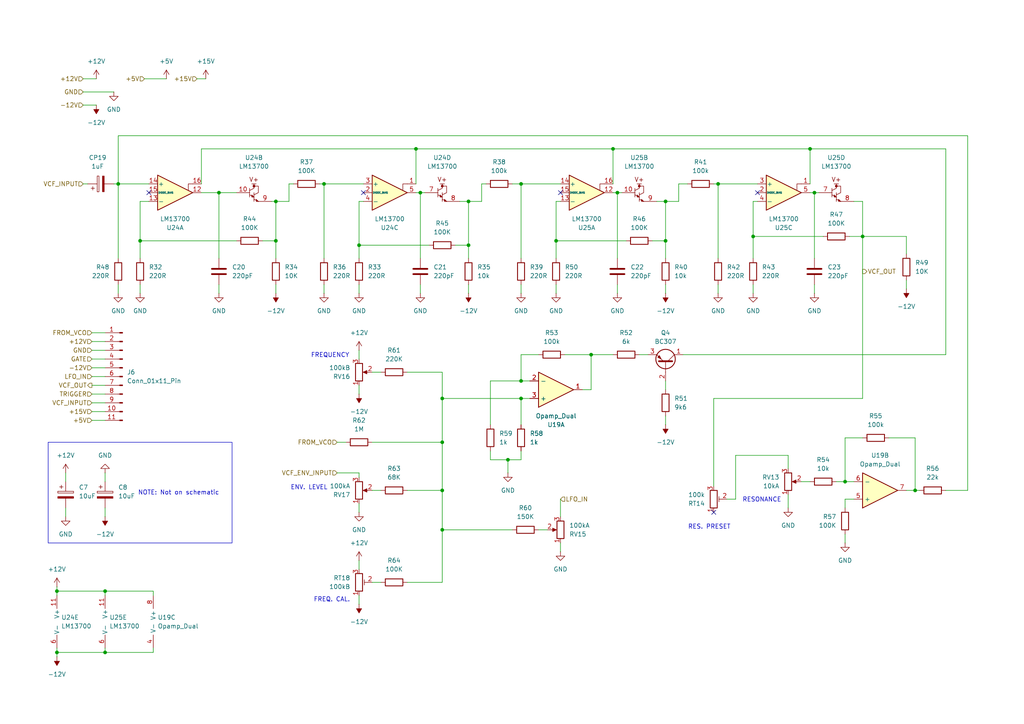
<source format=kicad_sch>
(kicad_sch (version 20250114) (generator "eeschema") (generator_version "9.0")
  (paper "A4")
  (title_block (title "JEN SX-1000") (comment 1 "SPDX-License-Identifier: CERN-OHL-S-2.0"))
  (lib_symbols
    (symbol "Amplifier_Operational:LM13700" (pin_names (offset 0.127))
      (property "Reference" "U" (at 3.81 5.08 0))
      (property "Value" "LM13700" (at 5.08 -5.08 0))
      (symbol "LM13700_1_1"
        (pin input line (at -7.62 2.54 0) (length 2.54) (name "-") (number "13"))
        (pin input line (at -7.62 0 0) (length 2.54) (name "DIODE_BIAS") (number "15"))
        (pin input line (at -7.62 -2.54 0) (length 2.54) (name "+") (number "14"))
        (pin output line (at 7.62 0 180) (length 2.54) (name "~") (number "12"))
        (pin input line (at 7.62 -2.54 180) (length 2.54) (name "~") (number "16"))
      )
      (symbol "LM13700_2_1"
        (text "V+" (at -2.54 3.81 0) (effects (font (size 1.27 1.27))))
        (pin input line (at -7.62 0 0) (length 3.81) (name "~") (number "10"))
        (pin output line (at 2.54 -2.54 180) (length 3.81) (name "~") (number "9"))
      )
      (symbol "LM13700_3_1"
        (pin input line (at -7.62 2.54 0) (length 2.54) (name "-") (number "4"))
        (pin input line (at -7.62 0 0) (length 2.54) (name "DIODE_BIAS") (number "2"))
        (pin input line (at -7.62 -2.54 0) (length 2.54) (name "+") (number "3"))
        (pin output line (at 7.62 0 180) (length 2.54) (name "~") (number "5"))
        (pin input line (at 7.62 -2.54 180) (length 2.54) (name "~") (number "1"))
      )
      (symbol "LM13700_4_0"
        (text "V+" (at -2.54 3.81 0) (effects (font (size 1.27 1.27))))
      )
      (symbol "LM13700_4_1"
        (pin input line (at -7.62 0 0) (length 3.81) (name "~") (number "7"))
        (pin output line (at 2.54 -2.54 180) (length 3.81) (name "~") (number "8"))
      )
      (symbol "LM13700_5_1"
        (pin power_in line (at -2.54 7.62 270) (length 3.81) (name "V+") (number "11"))
        (pin power_in line (at -2.54 -7.62 90) (length 3.81) (name "V-") (number "6"))
      )
    )
    (symbol "Connector:Conn_01x11_Pin" (pin_names (offset 1.016) (hide yes))
      (property "Reference" "J" (at 0 15.24 0))
      (property "Value" "Conn_01x11_Pin" (at 0 -15.24 0))
      (symbol "Conn_01x11_Pin_1_1"
        (pin passive line (at 5.08 12.7 180) (length 3.81) (name "Pin_1") (number "1"))
        (pin passive line (at 5.08 10.16 180) (length 3.81) (name "Pin_2") (number "2"))
        (pin passive line (at 5.08 7.62 180) (length 3.81) (name "Pin_3") (number "3"))
        (pin passive line (at 5.08 5.08 180) (length 3.81) (name "Pin_4") (number "4"))
        (pin passive line (at 5.08 2.54 180) (length 3.81) (name "Pin_5") (number "5"))
        (pin passive line (at 5.08 0 180) (length 3.81) (name "Pin_6") (number "6"))
        (pin passive line (at 5.08 -2.54 180) (length 3.81) (name "Pin_7") (number "7"))
        (pin passive line (at 5.08 -5.08 180) (length 3.81) (name "Pin_8") (number "8"))
        (pin passive line (at 5.08 -7.62 180) (length 3.81) (name "Pin_9") (number "9"))
        (pin passive line (at 5.08 -10.16 180) (length 3.81) (name "Pin_10") (number "10"))
        (pin passive line (at 5.08 -12.7 180) (length 3.81) (name "Pin_11") (number "11"))
      )
    )
    (symbol "Device:C" (pin_numbers (hide yes)) (pin_names (offset 0.254))
      (property "Reference" "C" (at 0.635 2.54 0))
      (property "Value" "C" (at 0.635 -2.54 0))
      (symbol "C_1_1"
        (pin passive line (at 0 3.81 270) (length 2.794) (name "~") (number "1"))
        (pin passive line (at 0 -3.81 90) (length 2.794) (name "~") (number "2"))
      )
    )
    (symbol "Device:C_Polarized" (pin_numbers (hide yes)) (pin_names (offset 0.254))
      (property "Reference" "C" (at 0.635 2.54 0))
      (property "Value" "C_Polarized" (at 0.635 -2.54 0))
      (symbol "C_Polarized_1_1"
        (pin passive line (at 0 3.81 270) (length 2.794) (name "~") (number "1"))
        (pin passive line (at 0 -3.81 90) (length 2.794) (name "~") (number "2"))
      )
    )
    (symbol "Device:Opamp_Dual"
      (property "Reference" "U" (at 0 5.08 0))
      (property "Value" "Opamp_Dual" (at 0 -5.08 0))
      (symbol "Opamp_Dual_1_1"
        (pin input line (at -7.62 2.54 0) (length 2.54) (name "+") (number "3"))
        (pin input line (at -7.62 -2.54 0) (length 2.54) (name "-") (number "2"))
        (pin output line (at 7.62 0 180) (length 2.54) (name "~") (number "1"))
      )
      (symbol "Opamp_Dual_2_1"
        (pin input line (at -7.62 2.54 0) (length 2.54) (name "+") (number "5"))
        (pin input line (at -7.62 -2.54 0) (length 2.54) (name "-") (number "6"))
        (pin output line (at 7.62 0 180) (length 2.54) (name "~") (number "7"))
      )
      (symbol "Opamp_Dual_3_1"
        (pin power_in line (at -2.54 7.62 270) (length 3.81) (name "V+") (number "8"))
        (pin power_in line (at -2.54 -7.62 90) (length 3.81) (name "V-") (number "4"))
      )
    )
    (symbol "Device:R" (pin_numbers (hide yes)) (pin_names (offset 0))
      (property "Reference" "R" (at 2.032 0 90))
      (property "Value" "R" (at 0 0 90))
      (symbol "R_1_1"
        (pin passive line (at 0 3.81 270) (length 1.27) (name "~") (number "1"))
        (pin passive line (at 0 -3.81 90) (length 1.27) (name "~") (number "2"))
      )
    )
    (symbol "Device:R_Potentiometer" (pin_names (offset 1.016) (hide yes))
      (property "Reference" "RV" (at -4.445 0 90))
      (property "Value" "R_Potentiometer" (at -2.54 0 90))
      (symbol "R_Potentiometer_1_1"
        (pin passive line (at 0 3.81 270) (length 1.27) (name "1") (number "1"))
        (pin passive line (at 0 -3.81 90) (length 1.27) (name "3") (number "3"))
        (pin passive line (at 3.81 0 180) (length 1.27) (name "2") (number "2"))
      )
    )
    (symbol "Device:R_Potentiometer_Trim" (pin_names (offset 1.016) (hide yes))
      (property "Reference" "RV" (at -4.445 0 90))
      (property "Value" "R_Potentiometer_Trim" (at -2.54 0 90))
      (symbol "R_Potentiometer_Trim_1_1"
        (pin passive line (at 0 3.81 270) (length 1.27) (name "1") (number "1"))
        (pin passive line (at 0 -3.81 90) (length 1.27) (name "3") (number "3"))
        (pin passive line (at 3.81 0 180) (length 1.27) (name "2") (number "2"))
      )
    )
    (symbol "Transistor_BJT:BC307" (pin_names (offset 0) (hide yes))
      (property "Reference" "Q" (at 5.08 1.905 0))
      (property "Value" "BC307" (at 5.08 0 0))
      (symbol "BC307_1_1"
        (pin input line (at -5.08 0 0) (length 2.54) (name "B") (number "2"))
        (pin passive line (at 2.54 5.08 270) (length 2.54) (name "C") (number "1"))
        (pin passive line (at 2.54 -5.08 90) (length 2.54) (name "E") (number "3"))
      )
    )
    (symbol "power:+12V" (power) (pin_numbers (hide yes)) (pin_names (offset 0) (hide yes))
      (property "Value" "+12V" (at 0 3.556 0))
      (symbol "+12V_1_1"
        (pin power_in line (at 0 0 90) (length 0) (name "~") (number "1"))
      )
    )
    (symbol "power:+15V" (power) (pin_numbers (hide yes)) (pin_names (offset 0) (hide yes))
      (property "Value" "+15V" (at 0 3.556 0))
      (symbol "+15V_1_1"
        (pin power_in line (at 0 0 90) (length 0) (name "~") (number "1"))
      )
    )
    (symbol "power:+5V" (power) (pin_numbers (hide yes)) (pin_names (offset 0) (hide yes))
      (property "Value" "+5V" (at 0 3.556 0))
      (symbol "+5V_1_1"
        (pin power_in line (at 0 0 90) (length 0) (name "~") (number "1"))
      )
    )
    (symbol "power:-12V" (power) (pin_numbers (hide yes)) (pin_names (offset 0) (hide yes))
      (property "Value" "-12V" (at 0 3.556 0))
      (symbol "-12V_0_0"
        (pin power_in line (at 0 0 90) (length 0) (name "~") (number "1"))
      )
    )
    (symbol "power:GND" (power) (pin_numbers (hide yes)) (pin_names (offset 0) (hide yes))
      (property "Value" "GND" (at 0 -3.81 0))
      (symbol "GND_1_1"
        (pin power_in line (at 0 0 270) (length 0) (name "~") (number "1"))
      )
    )
  )
  (rectangle (start 13.97 128.27) (end 67.31 157.48))
  (text "ENV. LEVEL" (at 89.662 141.478 0) (effects (font (size 1.27 1.27))))
  (text "FREQ. CAL." (at 96.266 173.99 0) (effects (font (size 1.27 1.27))))
  (text "RESONANCE" (at 220.98 145.034 0) (effects (font (size 1.27 1.27))))
  (text "RES. PRESET" (at 205.74 152.908 0) (effects (font (size 1.27 1.27))))
  (text "NOTE: Not on schematic" (at 51.816 143.002 0) (effects (font (size 1.27 1.27))))
  (text "FREQUENCY" (at 95.758 103.124 0) (effects (font (size 1.27 1.27))))
  (junction (at 30.48 171.45))
  (junction (at 171.45 102.87))
  (junction (at 135.89 58.42))
  (junction (at 16.51 189.23))
  (junction (at 147.32 133.35))
  (junction (at 128.27 153.67))
  (junction (at 250.19 68.58))
  (junction (at 80.01 58.42))
  (junction (at 121.92 55.88))
  (junction (at 234.95 43.18))
  (junction (at 151.13 110.49))
  (junction (at 179.07 55.88))
  (junction (at 40.64 69.85))
  (junction (at 120.65 43.18))
  (junction (at 128.27 142.24))
  (junction (at 34.29 53.34))
  (junction (at 151.13 115.57))
  (junction (at 135.89 71.12))
  (junction (at 161.29 69.85))
  (junction (at 218.44 68.58))
  (junction (at 128.27 128.27))
  (junction (at 104.14 71.12))
  (junction (at 63.5 55.88))
  (junction (at 151.13 53.34))
  (junction (at 236.22 55.88))
  (junction (at 177.8 43.18))
  (junction (at 93.98 53.34))
  (junction (at 193.04 69.85))
  (junction (at 193.04 58.42))
  (junction (at 208.28 53.34))
  (junction (at 30.48 189.23))
  (junction (at 128.27 115.57))
  (junction (at 80.01 69.85))
  (junction (at 265.43 142.24))
  (junction (at 16.51 171.45))
  (junction (at 245.11 139.7))
  (no_connect (at 219.71 55.88))
  (no_connect (at 105.41 55.88))
  (no_connect (at 43.18 55.88))
  (no_connect (at 162.56 55.88))
  (no_connect (at 207.01 148.59))
  (wire (pts (xy 245.11 154.94) (xy 245.11 157.48)))
  (wire (pts (xy 128.27 115.57) (xy 128.27 107.95)))
  (wire (pts (xy 128.27 153.67) (xy 148.59 153.67)))
  (wire (pts (xy 196.85 58.42) (xy 196.85 53.34)))
  (wire (pts (xy 24.13 26.67) (xy 33.02 26.67)))
  (wire (pts (xy 218.44 68.58) (xy 218.44 58.42)))
  (wire (pts (xy 63.5 55.88) (xy 68.58 55.88)))
  (wire (pts (xy 185.42 102.87) (xy 187.96 102.87)))
  (wire (pts (xy 26.67 119.38) (xy 30.48 119.38)))
  (wire (pts (xy 245.11 127) (xy 245.11 139.7)))
  (wire (pts (xy 151.13 130.81) (xy 151.13 133.35)))
  (wire (pts (xy 151.13 115.57) (xy 128.27 115.57)))
  (wire (pts (xy 63.5 55.88) (xy 63.5 74.93)))
  (wire (pts (xy 16.51 171.45) (xy 30.48 171.45)))
  (wire (pts (xy 171.45 102.87) (xy 177.8 102.87)))
  (wire (pts (xy 207.01 53.34) (xy 208.28 53.34)))
  (wire (pts (xy 232.41 139.7) (xy 234.95 139.7)))
  (wire (pts (xy 135.89 82.55) (xy 135.89 85.09)))
  (wire (pts (xy 151.13 82.55) (xy 151.13 85.09)))
  (wire (pts (xy 107.95 168.91) (xy 110.49 168.91)))
  (wire (pts (xy 128.27 153.67) (xy 128.27 168.91)))
  (wire (pts (xy 218.44 58.42) (xy 219.71 58.42)))
  (wire (pts (xy 80.01 58.42) (xy 80.01 69.85)))
  (wire (pts (xy 179.07 55.88) (xy 179.07 74.93)))
  (wire (pts (xy 26.67 116.84) (xy 30.48 116.84)))
  (wire (pts (xy 142.24 123.19) (xy 142.24 110.49)))
  (wire (pts (xy 104.14 138.43) (xy 104.14 137.16)))
  (wire (pts (xy 147.32 133.35) (xy 147.32 137.16)))
  (wire (pts (xy 177.8 53.34) (xy 177.8 43.18)))
  (wire (pts (xy 128.27 115.57) (xy 128.27 128.27)))
  (wire (pts (xy 19.05 137.16) (xy 19.05 139.7)))
  (wire (pts (xy 24.13 22.86) (xy 27.94 22.86)))
  (wire (pts (xy 104.14 137.16) (xy 97.79 137.16)))
  (wire (pts (xy 162.56 157.48) (xy 162.56 160.02)))
  (wire (pts (xy 128.27 128.27) (xy 107.95 128.27)))
  (wire (pts (xy 104.14 172.72) (xy 104.14 175.26)))
  (wire (pts (xy 26.67 109.22) (xy 30.48 109.22)))
  (wire (pts (xy 104.14 74.93) (xy 104.14 71.12)))
  (wire (pts (xy 26.67 111.76) (xy 30.48 111.76)))
  (wire (pts (xy 104.14 71.12) (xy 104.14 58.42)))
  (wire (pts (xy 151.13 53.34) (xy 162.56 53.34)))
  (wire (pts (xy 120.65 53.34) (xy 120.65 43.18)))
  (wire (pts (xy 210.82 144.78) (xy 213.36 144.78)))
  (wire (pts (xy 83.82 58.42) (xy 83.82 53.34)))
  (wire (pts (xy 30.48 189.23) (xy 44.45 189.23)))
  (wire (pts (xy 92.71 53.34) (xy 93.98 53.34)))
  (wire (pts (xy 30.48 171.45) (xy 30.48 172.72)))
  (wire (pts (xy 16.51 189.23) (xy 30.48 189.23)))
  (wire (pts (xy 19.05 147.32) (xy 19.05 149.86)))
  (wire (pts (xy 142.24 133.35) (xy 147.32 133.35)))
  (wire (pts (xy 104.14 71.12) (xy 124.46 71.12)))
  (wire (pts (xy 107.95 142.24) (xy 110.49 142.24)))
  (wire (pts (xy 40.64 82.55) (xy 40.64 85.09)))
  (wire (pts (xy 274.32 43.18) (xy 274.32 102.87)))
  (wire (pts (xy 121.92 82.55) (xy 121.92 85.09)))
  (wire (pts (xy 128.27 142.24) (xy 118.11 142.24)))
  (wire (pts (xy 262.89 73.66) (xy 262.89 68.58)))
  (wire (pts (xy 40.64 69.85) (xy 40.64 58.42)))
  (wire (pts (xy 193.04 82.55) (xy 193.04 85.09)))
  (wire (pts (xy 177.8 55.88) (xy 179.07 55.88)))
  (wire (pts (xy 26.67 96.52) (xy 30.48 96.52)))
  (wire (pts (xy 245.11 139.7) (xy 247.65 139.7)))
  (wire (pts (xy 218.44 82.55) (xy 218.44 85.09)))
  (wire (pts (xy 250.19 127) (xy 245.11 127)))
  (wire (pts (xy 207.01 140.97) (xy 207.01 115.57)))
  (wire (pts (xy 153.67 115.57) (xy 151.13 115.57)))
  (wire (pts (xy 33.02 53.34) (xy 34.29 53.34)))
  (wire (pts (xy 123.19 55.88) (xy 121.92 55.88)))
  (wire (pts (xy 104.14 101.6) (xy 104.14 104.14)))
  (wire (pts (xy 80.01 58.42) (xy 83.82 58.42)))
  (wire (pts (xy 83.82 53.34) (xy 85.09 53.34)))
  (wire (pts (xy 78.74 58.42) (xy 80.01 58.42)))
  (wire (pts (xy 120.65 55.88) (xy 121.92 55.88)))
  (wire (pts (xy 58.42 55.88) (xy 63.5 55.88)))
  (wire (pts (xy 133.35 58.42) (xy 135.89 58.42)))
  (wire (pts (xy 193.04 69.85) (xy 193.04 58.42)))
  (wire (pts (xy 118.11 107.95) (xy 128.27 107.95)))
  (wire (pts (xy 265.43 142.24) (xy 266.7 142.24)))
  (wire (pts (xy 135.89 71.12) (xy 135.89 74.93)))
  (wire (pts (xy 104.14 58.42) (xy 105.41 58.42)))
  (wire (pts (xy 236.22 85.09) (xy 236.22 82.55)))
  (wire (pts (xy 234.95 43.18) (xy 274.32 43.18)))
  (wire (pts (xy 179.07 85.09) (xy 179.07 82.55)))
  (wire (pts (xy 280.67 39.37) (xy 280.67 142.24)))
  (wire (pts (xy 156.21 153.67) (xy 158.75 153.67)))
  (wire (pts (xy 40.64 69.85) (xy 68.58 69.85)))
  (wire (pts (xy 190.5 58.42) (xy 193.04 58.42)))
  (wire (pts (xy 24.13 30.48) (xy 27.94 30.48)))
  (wire (pts (xy 26.67 121.92) (xy 30.48 121.92)))
  (wire (pts (xy 262.89 142.24) (xy 265.43 142.24)))
  (wire (pts (xy 193.04 120.65) (xy 193.04 123.19)))
  (wire (pts (xy 196.85 53.34) (xy 199.39 53.34)))
  (wire (pts (xy 30.48 137.16) (xy 30.48 139.7)))
  (wire (pts (xy 76.2 69.85) (xy 80.01 69.85)))
  (wire (pts (xy 104.14 146.05) (xy 104.14 148.59)))
  (wire (pts (xy 168.91 113.03) (xy 171.45 113.03)))
  (wire (pts (xy 218.44 68.58) (xy 238.76 68.58)))
  (wire (pts (xy 218.44 74.93) (xy 218.44 68.58)))
  (wire (pts (xy 265.43 127) (xy 257.81 127)))
  (wire (pts (xy 142.24 130.81) (xy 142.24 133.35)))
  (wire (pts (xy 16.51 170.18) (xy 16.51 171.45)))
  (wire (pts (xy 30.48 171.45) (xy 44.45 171.45)))
  (wire (pts (xy 142.24 110.49) (xy 151.13 110.49)))
  (wire (pts (xy 58.42 43.18) (xy 58.42 53.34)))
  (wire (pts (xy 104.14 162.56) (xy 104.14 165.1)))
  (wire (pts (xy 132.08 71.12) (xy 135.89 71.12)))
  (wire (pts (xy 34.29 53.34) (xy 34.29 74.93)))
  (wire (pts (xy 24.13 53.34) (xy 25.4 53.34)))
  (wire (pts (xy 151.13 115.57) (xy 151.13 123.19)))
  (wire (pts (xy 161.29 58.42) (xy 162.56 58.42)))
  (wire (pts (xy 34.29 53.34) (xy 34.29 39.37)))
  (wire (pts (xy 151.13 102.87) (xy 156.21 102.87)))
  (wire (pts (xy 234.95 53.34) (xy 234.95 43.18)))
  (wire (pts (xy 179.07 55.88) (xy 180.34 55.88)))
  (wire (pts (xy 80.01 82.55) (xy 80.01 85.09)))
  (wire (pts (xy 139.7 53.34) (xy 139.7 58.42)))
  (wire (pts (xy 26.67 114.3) (xy 30.48 114.3)))
  (wire (pts (xy 208.28 53.34) (xy 219.71 53.34)))
  (wire (pts (xy 147.32 133.35) (xy 151.13 133.35)))
  (wire (pts (xy 30.48 147.32) (xy 30.48 149.86)))
  (wire (pts (xy 16.51 187.96) (xy 16.51 189.23)))
  (wire (pts (xy 171.45 102.87) (xy 171.45 113.03)))
  (wire (pts (xy 121.92 55.88) (xy 121.92 74.93)))
  (wire (pts (xy 250.19 68.58) (xy 250.19 115.57)))
  (wire (pts (xy 30.48 187.96) (xy 30.48 189.23)))
  (wire (pts (xy 128.27 128.27) (xy 128.27 142.24)))
  (wire (pts (xy 135.89 58.42) (xy 135.89 71.12)))
  (wire (pts (xy 163.83 102.87) (xy 171.45 102.87)))
  (wire (pts (xy 193.04 58.42) (xy 196.85 58.42)))
  (wire (pts (xy 107.95 107.95) (xy 110.49 107.95)))
  (wire (pts (xy 236.22 55.88) (xy 237.49 55.88)))
  (wire (pts (xy 193.04 110.49) (xy 193.04 113.03)))
  (wire (pts (xy 207.01 115.57) (xy 250.19 115.57)))
  (wire (pts (xy 104.14 82.55) (xy 104.14 85.09)))
  (wire (pts (xy 135.89 58.42) (xy 139.7 58.42)))
  (wire (pts (xy 161.29 69.85) (xy 161.29 58.42)))
  (wire (pts (xy 274.32 102.87) (xy 198.12 102.87)))
  (wire (pts (xy 26.67 104.14) (xy 30.48 104.14)))
  (wire (pts (xy 162.56 144.78) (xy 162.56 149.86)))
  (wire (pts (xy 93.98 82.55) (xy 93.98 85.09)))
  (wire (pts (xy 245.11 144.78) (xy 245.11 147.32)))
  (wire (pts (xy 120.65 43.18) (xy 177.8 43.18)))
  (wire (pts (xy 34.29 82.55) (xy 34.29 85.09)))
  (wire (pts (xy 234.95 55.88) (xy 236.22 55.88)))
  (wire (pts (xy 44.45 187.96) (xy 44.45 189.23)))
  (wire (pts (xy 250.19 68.58) (xy 250.19 58.42)))
  (wire (pts (xy 213.36 144.78) (xy 213.36 132.08)))
  (wire (pts (xy 246.38 68.58) (xy 250.19 68.58)))
  (wire (pts (xy 262.89 81.28) (xy 262.89 83.82)))
  (wire (pts (xy 161.29 82.55) (xy 161.29 85.09)))
  (wire (pts (xy 177.8 43.18) (xy 234.95 43.18)))
  (wire (pts (xy 128.27 142.24) (xy 128.27 153.67)))
  (wire (pts (xy 265.43 142.24) (xy 265.43 127)))
  (wire (pts (xy 40.64 58.42) (xy 43.18 58.42)))
  (wire (pts (xy 34.29 39.37) (xy 280.67 39.37)))
  (wire (pts (xy 26.67 106.68) (xy 30.48 106.68)))
  (wire (pts (xy 208.28 82.55) (xy 208.28 85.09)))
  (wire (pts (xy 161.29 69.85) (xy 181.61 69.85)))
  (wire (pts (xy 247.65 144.78) (xy 245.11 144.78)))
  (wire (pts (xy 26.67 101.6) (xy 30.48 101.6)))
  (wire (pts (xy 16.51 171.45) (xy 16.51 172.72)))
  (wire (pts (xy 97.79 128.27) (xy 100.33 128.27)))
  (wire (pts (xy 40.64 74.93) (xy 40.64 69.85)))
  (wire (pts (xy 250.19 58.42) (xy 247.65 58.42)))
  (wire (pts (xy 41.91 22.86) (xy 48.26 22.86)))
  (wire (pts (xy 120.65 43.18) (xy 58.42 43.18)))
  (wire (pts (xy 139.7 53.34) (xy 140.97 53.34)))
  (wire (pts (xy 193.04 74.93) (xy 193.04 69.85)))
  (wire (pts (xy 236.22 55.88) (xy 236.22 74.93)))
  (wire (pts (xy 16.51 189.23) (xy 16.51 190.5)))
  (wire (pts (xy 93.98 53.34) (xy 93.98 74.93)))
  (wire (pts (xy 228.6 143.51) (xy 228.6 147.32)))
  (wire (pts (xy 26.67 99.06) (xy 30.48 99.06)))
  (wire (pts (xy 213.36 132.08) (xy 228.6 132.08)))
  (wire (pts (xy 242.57 139.7) (xy 245.11 139.7)))
  (wire (pts (xy 57.15 22.86) (xy 59.69 22.86)))
  (wire (pts (xy 280.67 142.24) (xy 274.32 142.24)))
  (wire (pts (xy 208.28 53.34) (xy 208.28 74.93)))
  (wire (pts (xy 34.29 53.34) (xy 43.18 53.34)))
  (wire (pts (xy 104.14 111.76) (xy 104.14 114.3)))
  (wire (pts (xy 228.6 132.08) (xy 228.6 135.89)))
  (wire (pts (xy 80.01 69.85) (xy 80.01 74.93)))
  (wire (pts (xy 63.5 82.55) (xy 63.5 85.09)))
  (wire (pts (xy 250.19 68.58) (xy 262.89 68.58)))
  (wire (pts (xy 151.13 53.34) (xy 151.13 74.93)))
  (wire (pts (xy 128.27 168.91) (xy 118.11 168.91)))
  (wire (pts (xy 93.98 53.34) (xy 105.41 53.34)))
  (wire (pts (xy 44.45 171.45) (xy 44.45 172.72)))
  (wire (pts (xy 151.13 110.49) (xy 151.13 102.87)))
  (wire (pts (xy 148.59 53.34) (xy 151.13 53.34)))
  (wire (pts (xy 161.29 74.93) (xy 161.29 69.85)))
  (wire (pts (xy 153.67 110.49) (xy 151.13 110.49)))
  (wire (pts (xy 189.23 69.85) (xy 193.04 69.85)))
  (hierarchical_label "VCF_INPUT" (shape input) (at 26.67 116.84 180))
  (hierarchical_label "+12V" (shape input) (at 24.13 22.86 180))
  (hierarchical_label "FROM_VCO" (shape input) (at 26.67 96.52 180))
  (hierarchical_label "+12V" (shape input) (at 26.67 99.06 180))
  (hierarchical_label "FROM_VCO" (shape input) (at 97.79 128.27 180))
  (hierarchical_label "GND" (shape input) (at 26.67 101.6 180))
  (hierarchical_label "+5V" (shape input) (at 26.67 121.92 180))
  (hierarchical_label "TRIGGER" (shape input) (at 26.67 114.3 180))
  (hierarchical_label "+15V" (shape input) (at 57.15 22.86 180))
  (hierarchical_label "VCF_ENV_INPUT" (shape input) (at 97.79 137.16 180))
  (hierarchical_label "VCF_OUT" (shape output) (at 250.19 78.74 0))
  (hierarchical_label "LFO_IN" (shape input) (at 26.67 109.22 180))
  (hierarchical_label "GND" (shape input) (at 24.13 26.67 180))
  (hierarchical_label "GATE" (shape input) (at 26.67 104.14 180))
  (hierarchical_label "+15V" (shape input) (at 26.67 119.38 180))
  (hierarchical_label "-12V" (shape input) (at 26.67 106.68 180))
  (hierarchical_label "LFO_IN" (shape input) (at 162.56 144.78 0))
  (hierarchical_label "-12V" (shape input) (at 24.13 30.48 180))
  (hierarchical_label "VCF_INPUT" (shape input) (at 24.13 53.34 180))
  (hierarchical_label "+5V" (shape input) (at 41.91 22.86 180))
  (hierarchical_label "VCF_OUT" (shape output) (at 26.67 111.76 180))
  (symbol (lib_id "power:GND") (at 33.02 26.67 0) (unit 1)
    (property "Reference" "#PWR083" (effects (hide yes)))
    (property "Value" "GND" (at 33.02 31.75 0))
    (property "Description" "Power symbol creates a global label with name \"GND\" , ground" (effects (hide yes)))
  )
  (symbol (lib_id "Device:R") (at 142.24 127 180) (unit 1)
    (property "Reference" "R59" (at 144.78 125.7299 0) (effects (justify right)))
    (property "Value" "1k" (at 144.78 128.2699 0) (effects (justify right)))
    (property "Footprint" "Resistor_THT:R_Axial_DIN0309_L9.0mm_D3.2mm_P12.70mm_Horizontal" (effects (hide yes)))
    (property "Description" "Resistor" (effects (hide yes)))
  )
  (symbol (lib_id "Amplifier_Operational:LM13700") (at 76.2 55.88 0) (unit 2)
    (property "Reference" "U24" (at 73.66 45.72 0))
    (property "Value" "LM13700" (at 73.66 48.26 0))
    (property "Footprint" "Package_DIP:DIP-16_W10.16mm_LongPads" (effects (hide yes)))
    (property "Datasheet" "http://www.ti.com/lit/ds/symlink/lm13700.pdf" (effects (hide yes)))
    (property "Description" "Dual Operational Transconductance Amplifiers with Linearizing Diodes and Buffers, DIP-16/SOIC-16" (effects (hide yes)))
  )
  (symbol (lib_id "Device:R") (at 72.39 69.85 270) (unit 1)
    (property "Reference" "R44" (at 72.39 63.5 90))
    (property "Value" "100K" (at 72.39 66.04 90))
    (property "Footprint" "Resistor_THT:R_Axial_DIN0309_L9.0mm_D3.2mm_P12.70mm_Horizontal" (effects (hide yes)))
    (property "Description" "Resistor" (effects (hide yes)))
  )
  (symbol (lib_id "Device:C") (at 179.07 78.74 0) (unit 1)
    (property "Reference" "C22" (at 182.88 77.4699 0) (effects (justify left)))
    (property "Value" "220pF" (at 182.88 80.0099 0) (effects (justify left)))
    (property "Footprint" "Capacitor_THT:C_Disc_D5.0mm_W2.5mm_P5.00mm" (effects (hide yes)))
    (property "Description" "Unpolarized capacitor" (effects (hide yes)))
  )
  (symbol (lib_id "Amplifier_Operational:LM13700") (at 170.18 55.88 0) (mirror x) (unit 1)
    (property "Reference" "U25" (at 170.18 66.04 0))
    (property "Value" "LM13700" (at 170.18 63.5 0))
    (property "Footprint" "Package_DIP:DIP-16_W10.16mm_LongPads" (effects (hide yes)))
    (property "Datasheet" "http://www.ti.com/lit/ds/symlink/lm13700.pdf" (effects (hide yes)))
    (property "Description" "Dual Operational Transconductance Amplifiers with Linearizing Diodes and Buffers, DIP-16/SOIC-16" (effects (hide yes)))
  )
  (symbol (lib_id "power:+12V") (at 16.51 170.18 0) (unit 1)
    (property "Reference" "#PWR085" (effects (hide yes)))
    (property "Value" "+12V" (at 16.51 165.1 0))
    (property "Description" "Power symbol creates a global label with name \"+12V\"" (effects (hide yes)))
  )
  (symbol (lib_id "Device:R") (at 151.13 78.74 0) (unit 1)
    (property "Reference" "R39" (at 153.67 77.4699 0) (effects (justify left)))
    (property "Value" "220R" (at 153.67 80.0099 0) (effects (justify left)))
    (property "Footprint" "Resistor_THT:R_Axial_DIN0309_L9.0mm_D3.2mm_P12.70mm_Horizontal" (effects (hide yes)))
    (property "Description" "Resistor" (effects (hide yes)))
  )
  (symbol (lib_id "Device:R") (at 104.14 78.74 0) (unit 1)
    (property "Reference" "R33" (at 106.68 77.4699 0) (effects (justify left)))
    (property "Value" "220R" (at 106.68 80.0099 0) (effects (justify left)))
    (property "Footprint" "Resistor_THT:R_Axial_DIN0309_L9.0mm_D3.2mm_P12.70mm_Horizontal" (effects (hide yes)))
    (property "Description" "Resistor" (effects (hide yes)))
  )
  (symbol (lib_id "power:-12V") (at 104.14 114.3 180) (unit 1)
    (property "Reference" "#PWR0108" (effects (hide yes)))
    (property "Value" "-12V" (at 104.14 119.38 0))
    (property "Description" "Power symbol creates a global label with name \"-12V\"" (effects (hide yes)))
  )
  (symbol (lib_id "Device:R") (at 152.4 153.67 90) (unit 1)
    (property "Reference" "R60" (at 152.4 147.32 90))
    (property "Value" "150K" (at 152.4 149.86 90))
    (property "Footprint" "Resistor_THT:R_Axial_DIN0207_L6.3mm_D2.5mm_P15.24mm_Horizontal" (effects (hide yes)))
    (property "Description" "Resistor" (effects (hide yes)))
  )
  (symbol (lib_id "Device:R") (at 34.29 78.74 0) (mirror x) (unit 1)
    (property "Reference" "R48" (at 31.75 77.4699 0) (effects (justify right)))
    (property "Value" "220R" (at 31.75 80.0099 0) (effects (justify right)))
    (property "Footprint" "Resistor_THT:R_Axial_DIN0207_L6.3mm_D2.5mm_P10.16mm_Horizontal" (effects (hide yes)))
    (property "Description" "Resistor" (effects (hide yes)))
  )
  (symbol (lib_id "Amplifier_Operational:LM13700") (at 33.02 180.34 0) (unit 5)
    (property "Reference" "U25" (at 31.75 179.0699 0) (effects (justify left)))
    (property "Value" "LM13700" (at 31.75 181.6099 0) (effects (justify left)))
    (property "Footprint" "Package_DIP:DIP-16_W10.16mm_LongPads" (effects (hide yes)))
    (property "Datasheet" "http://www.ti.com/lit/ds/symlink/lm13700.pdf" (effects (hide yes)))
    (property "Description" "Dual Operational Transconductance Amplifiers with Linearizing Diodes and Buffers, DIP-16/SOIC-16" (effects (hide yes)))
  )
  (symbol (lib_id "Device:R_Potentiometer_Trim") (at 207.01 144.78 0) (mirror x) (unit 1)
    (property "Reference" "RT14" (at 204.47 146.0501 0) (effects (justify right)))
    (property "Value" "100k" (at 204.47 143.5101 0) (effects (justify right)))
    (property "Footprint" "Potentiometer_THT:Potentiometer_Piher_PT-10-V10_Vertical" (effects (hide yes)))
    (property "Description" "Trim-potentiometer" (effects (hide yes)))
  )
  (symbol (lib_id "Device:C_Polarized") (at 19.05 143.51 0) (unit 1)
    (property "Reference" "C7" (at 22.86 141.3509 0) (effects (justify left)))
    (property "Value" "10uF" (at 22.86 143.8909 0) (effects (justify left)))
    (property "Footprint" "Capacitor_THT:CP_Radial_D8.0mm_P3.80mm" (effects (hide yes)))
    (property "Description" "Polarized capacitor" (effects (hide yes)))
  )
  (symbol (lib_id "power:GND") (at 121.92 85.09 0) (unit 1)
    (property "Reference" "#PWR088" (effects (hide yes)))
    (property "Value" "GND" (at 121.92 90.17 0))
    (property "Description" "Power symbol creates a global label with name \"GND\" , ground" (effects (hide yes)))
  )
  (symbol (lib_id "Amplifier_Operational:LM13700") (at 19.05 180.34 0) (unit 5)
    (property "Reference" "U24" (at 17.78 179.0699 0) (effects (justify left)))
    (property "Value" "LM13700" (at 17.78 181.6099 0) (effects (justify left)))
    (property "Footprint" "Package_DIP:DIP-16_W10.16mm_LongPads" (effects (hide yes)))
    (property "Datasheet" "http://www.ti.com/lit/ds/symlink/lm13700.pdf" (effects (hide yes)))
    (property "Description" "Dual Operational Transconductance Amplifiers with Linearizing Diodes and Buffers, DIP-16/SOIC-16" (effects (hide yes)))
  )
  (symbol (lib_id "Device:Opamp_Dual") (at 255.27 142.24 0) (mirror x) (unit 2)
    (property "Reference" "U19" (at 255.27 132.08 0))
    (property "Value" "Opamp_Dual" (at 255.27 134.62 0))
    (property "Footprint" "Package_DIP:DIP-8_W7.62mm_LongPads" (effects (hide yes)))
    (property "Description" "Dual operational amplifier" (effects (hide yes)))
    (property "Sim.Library" "${KICAD9_SYMBOL_DIR}/Simulation_SPICE.sp" (effects (hide yes)))
    (property "Sim.Name" "kicad_builtin_opamp_dual" (effects (hide yes)))
    (property "Sim.Device" "SUBCKT" (effects (hide yes)))
    (property "Sim.Pins" "1=out1 2=in1- 3=in1+ 4=vee 5=in2+ 6=in2- 7=out2 8=vcc" (effects (hide yes)))
  )
  (symbol (lib_id "Device:R") (at 93.98 78.74 0) (unit 1)
    (property "Reference" "R36" (at 96.52 77.4699 0) (effects (justify left)))
    (property "Value" "220R" (at 96.52 80.0099 0) (effects (justify left)))
    (property "Footprint" "Resistor_THT:R_Axial_DIN0309_L9.0mm_D3.2mm_P12.70mm_Horizontal" (effects (hide yes)))
    (property "Description" "Resistor" (effects (hide yes)))
  )
  (symbol (lib_id "power:GND") (at 161.29 85.09 0) (unit 1)
    (property "Reference" "#PWR0102" (effects (hide yes)))
    (property "Value" "GND" (at 161.29 90.17 0))
    (property "Description" "Power symbol creates a global label with name \"GND\" , ground" (effects (hide yes)))
  )
  (symbol (lib_id "power:+12V") (at 19.05 137.16 0) (unit 1)
    (property "Reference" "#PWR0171" (effects (hide yes)))
    (property "Value" "+12V" (at 19.05 132.08 0))
    (property "Description" "Power symbol creates a global label with name \"+12V\"" (effects (hide yes)))
  )
  (symbol (lib_id "power:GND") (at 162.56 160.02 0) (unit 1)
    (property "Reference" "#PWR0107" (effects (hide yes)))
    (property "Value" "GND" (at 162.56 165.1 0))
    (property "Description" "Power symbol creates a global label with name \"GND\" , ground" (effects (hide yes)))
  )
  (symbol (lib_id "Device:R") (at 193.04 116.84 0) (unit 1)
    (property "Reference" "R51" (at 195.58 115.5699 0) (effects (justify left)))
    (property "Value" "9k6" (at 195.58 118.1099 0) (effects (justify left)))
    (property "Footprint" "Resistor_THT:R_Axial_DIN0309_L9.0mm_D3.2mm_P12.70mm_Horizontal" (effects (hide yes)))
    (property "Description" "Resistor" (effects (hide yes)))
  )
  (symbol (lib_id "Amplifier_Operational:LM13700") (at 50.8 55.88 0) (mirror x) (unit 1)
    (property "Reference" "U24" (at 50.8 66.04 0))
    (property "Value" "LM13700" (at 50.8 63.5 0))
    (property "Footprint" "Package_DIP:DIP-16_W10.16mm_LongPads" (effects (hide yes)))
    (property "Datasheet" "http://www.ti.com/lit/ds/symlink/lm13700.pdf" (effects (hide yes)))
    (property "Description" "Dual Operational Transconductance Amplifiers with Linearizing Diodes and Buffers, DIP-16/SOIC-16" (effects (hide yes)))
  )
  (symbol (lib_id "Device:R") (at 40.64 78.74 0) (unit 1)
    (property "Reference" "R32" (at 43.18 77.4699 0) (effects (justify left)))
    (property "Value" "220R" (at 43.18 80.0099 0) (effects (justify left)))
    (property "Footprint" "Resistor_THT:R_Axial_DIN0207_L6.3mm_D2.5mm_P10.16mm_Horizontal" (effects (hide yes)))
    (property "Description" "Resistor" (effects (hide yes)))
  )
  (symbol (lib_id "Device:R_Potentiometer") (at 228.6 139.7 0) (mirror x) (unit 1)
    (property "Reference" "RV13" (at 226.06 138.4299 0) (effects (justify right)))
    (property "Value" "10kA" (at 226.06 140.9699 0) (effects (justify right)))
    (property "Footprint" "Potentiometer_THT:Potentiometer_Omeg_PC16BU_Vertical" (effects (hide yes)))
    (property "Description" "Potentiometer" (effects (hide yes)))
  )
  (symbol (lib_id "Amplifier_Operational:LM13700") (at 227.33 55.88 0) (mirror x) (unit 3)
    (property "Reference" "U25" (at 227.33 66.04 0))
    (property "Value" "LM13700" (at 227.33 63.5 0))
    (property "Footprint" "Package_DIP:DIP-16_W10.16mm_LongPads" (effects (hide yes)))
    (property "Datasheet" "http://www.ti.com/lit/ds/symlink/lm13700.pdf" (effects (hide yes)))
    (property "Description" "Dual Operational Transconductance Amplifiers with Linearizing Diodes and Buffers, DIP-16/SOIC-16" (effects (hide yes)))
  )
  (symbol (lib_id "power:GND") (at 245.11 157.48 0) (unit 1)
    (property "Reference" "#PWR0105" (effects (hide yes)))
    (property "Value" "GND" (at 245.11 162.56 0))
    (property "Description" "Power symbol creates a global label with name \"GND\" , ground" (effects (hide yes)))
  )
  (symbol (lib_id "Amplifier_Operational:LM13700") (at 187.96 55.88 0) (unit 2)
    (property "Reference" "U25" (at 185.42 45.72 0))
    (property "Value" "LM13700" (at 185.42 48.26 0))
    (property "Footprint" "Package_DIP:DIP-16_W10.16mm_LongPads" (effects (hide yes)))
    (property "Datasheet" "http://www.ti.com/lit/ds/symlink/lm13700.pdf" (effects (hide yes)))
    (property "Description" "Dual Operational Transconductance Amplifiers with Linearizing Diodes and Buffers, DIP-16/SOIC-16" (effects (hide yes)))
  )
  (symbol (lib_id "power:GND") (at 104.14 85.09 0) (unit 1)
    (property "Reference" "#PWR090" (effects (hide yes)))
    (property "Value" "GND" (at 104.14 90.17 0))
    (property "Description" "Power symbol creates a global label with name \"GND\" , ground" (effects (hide yes)))
  )
  (symbol (lib_id "Device:C_Polarized") (at 29.21 53.34 90) (unit 1)
    (property "Reference" "CP19" (at 28.321 45.72 90))
    (property "Value" "1uF" (at 28.321 48.26 90))
    (property "Footprint" "Capacitor_THT:CP_Axial_L10.0mm_D4.5mm_P15.00mm_Horizontal" (effects (hide yes)))
    (property "Description" "Polarized capacitor" (effects (hide yes)))
  )
  (symbol (lib_id "power:GND") (at 40.64 85.09 0) (unit 1)
    (property "Reference" "#PWR089" (effects (hide yes)))
    (property "Value" "GND" (at 40.64 90.17 0))
    (property "Description" "Power symbol creates a global label with name \"GND\" , ground" (effects (hide yes)))
  )
  (symbol (lib_id "power:-12V") (at 193.04 85.09 180) (unit 1)
    (property "Reference" "#PWR096" (effects (hide yes)))
    (property "Value" "-12V" (at 193.04 90.17 0))
    (property "Description" "Power symbol creates a global label with name \"-12V\"" (effects (hide yes)))
  )
  (symbol (lib_id "Device:R_Potentiometer_Trim") (at 104.14 168.91 0) (mirror x) (unit 1)
    (property "Reference" "RT18" (at 101.6 167.6399 0) (effects (justify right)))
    (property "Value" "100kB" (at 101.6 170.1799 0) (effects (justify right)))
    (property "Footprint" "Potentiometer_THT:Potentiometer_Piher_PT-10-V10_Vertical" (effects (hide yes)))
    (property "Description" "Trim-potentiometer" (effects (hide yes)))
  )
  (symbol (lib_id "Device:Opamp_Dual") (at 161.29 113.03 0) (mirror x) (unit 1)
    (property "Reference" "U19" (at 161.29 123.19 0))
    (property "Value" "Opamp_Dual" (at 161.29 120.65 0))
    (property "Footprint" "Package_DIP:DIP-8_W7.62mm_LongPads" (effects (hide yes)))
    (property "Description" "Dual operational amplifier" (effects (hide yes)))
    (property "Sim.Library" "${KICAD9_SYMBOL_DIR}/Simulation_SPICE.sp" (effects (hide yes)))
    (property "Sim.Name" "kicad_builtin_opamp_dual" (effects (hide yes)))
    (property "Sim.Device" "SUBCKT" (effects (hide yes)))
    (property "Sim.Pins" "1=out1 2=in1- 3=in1+ 4=vee 5=in2+ 6=in2- 7=out2 8=vcc" (effects (hide yes)))
  )
  (symbol (lib_id "Device:R") (at 114.3 168.91 90) (unit 1)
    (property "Reference" "R64" (at 114.3 162.56 90))
    (property "Value" "100K" (at 114.3 165.1 90))
    (property "Footprint" "Resistor_THT:R_Axial_DIN0207_L6.3mm_D2.5mm_P15.24mm_Horizontal" (effects (hide yes)))
    (property "Description" "Resistor" (effects (hide yes)))
  )
  (symbol (lib_id "Device:R") (at 245.11 151.13 0) (mirror x) (unit 1)
    (property "Reference" "R57" (at 242.57 149.8599 0) (effects (justify right)))
    (property "Value" "100K" (at 242.57 152.3999 0) (effects (justify right)))
    (property "Footprint" "Resistor_THT:R_Axial_DIN0207_L6.3mm_D2.5mm_P15.24mm_Horizontal" (effects (hide yes)))
    (property "Description" "Resistor" (effects (hide yes)))
  )
  (symbol (lib_id "power:GND") (at 151.13 85.09 0) (unit 1)
    (property "Reference" "#PWR094" (effects (hide yes)))
    (property "Value" "GND" (at 151.13 90.17 0))
    (property "Description" "Power symbol creates a global label with name \"GND\" , ground" (effects (hide yes)))
  )
  (symbol (lib_id "Device:C") (at 236.22 78.74 0) (unit 1)
    (property "Reference" "C23" (at 240.03 77.4699 0) (effects (justify left)))
    (property "Value" "220pF" (at 240.03 80.0099 0) (effects (justify left)))
    (property "Footprint" "Capacitor_THT:C_Disc_D5.0mm_W2.5mm_P5.00mm" (effects (hide yes)))
    (property "Description" "Unpolarized capacitor" (effects (hide yes)))
  )
  (symbol (lib_id "Device:R") (at 160.02 102.87 90) (unit 1)
    (property "Reference" "R53" (at 160.02 96.52 90))
    (property "Value" "100k" (at 160.02 99.06 90))
    (property "Footprint" "Resistor_THT:R_Axial_DIN0309_L9.0mm_D3.2mm_P12.70mm_Horizontal" (effects (hide yes)))
    (property "Description" "Resistor" (effects (hide yes)))
  )
  (symbol (lib_id "power:-12V") (at 193.04 123.19 180) (unit 1)
    (property "Reference" "#PWR0103" (effects (hide yes)))
    (property "Value" "-12V" (at 193.04 128.27 0))
    (property "Description" "Power symbol creates a global label with name \"-12V\"" (effects (hide yes)))
  )
  (symbol (lib_id "Device:Opamp_Dual") (at 46.99 180.34 0) (unit 3)
    (property "Reference" "U19" (at 45.72 179.0699 0) (effects (justify left)))
    (property "Value" "Opamp_Dual" (at 45.72 181.6099 0) (effects (justify left)))
    (property "Footprint" "Package_DIP:DIP-8_W7.62mm_LongPads" (effects (hide yes)))
    (property "Description" "Dual operational amplifier" (effects (hide yes)))
    (property "Sim.Library" "${KICAD9_SYMBOL_DIR}/Simulation_SPICE.sp" (effects (hide yes)))
    (property "Sim.Name" "kicad_builtin_opamp_dual" (effects (hide yes)))
    (property "Sim.Device" "SUBCKT" (effects (hide yes)))
    (property "Sim.Pins" "1=out1 2=in1- 3=in1+ 4=vee 5=in2+ 6=in2- 7=out2 8=vcc" (effects (hide yes)))
  )
  (symbol (lib_id "Device:R") (at 262.89 77.47 0) (unit 1)
    (property "Reference" "R49" (at 265.43 76.1999 0) (effects (justify left)))
    (property "Value" "10K" (at 265.43 78.7399 0) (effects (justify left)))
    (property "Footprint" "Resistor_THT:R_Axial_DIN0309_L9.0mm_D3.2mm_P12.70mm_Horizontal" (effects (hide yes)))
    (property "Description" "Resistor" (effects (hide yes)))
  )
  (symbol (lib_id "Amplifier_Operational:LM13700") (at 130.81 55.88 0) (unit 4)
    (property "Reference" "U24" (at 128.27 45.72 0))
    (property "Value" "LM13700" (at 128.27 48.26 0))
    (property "Footprint" "Package_DIP:DIP-16_W10.16mm_LongPads" (effects (hide yes)))
    (property "Datasheet" "http://www.ti.com/lit/ds/symlink/lm13700.pdf" (effects (hide yes)))
    (property "Description" "Dual Operational Transconductance Amplifiers with Linearizing Diodes and Buffers, DIP-16/SOIC-16" (effects (hide yes)))
  )
  (symbol (lib_id "power:GND") (at 34.29 85.09 0) (unit 1)
    (property "Reference" "#PWR0100" (effects (hide yes)))
    (property "Value" "GND" (at 34.29 90.17 0))
    (property "Description" "Power symbol creates a global label with name \"GND\" , ground" (effects (hide yes)))
  )
  (symbol (lib_id "Device:R") (at 208.28 78.74 0) (unit 1)
    (property "Reference" "R42" (at 210.82 77.4699 0) (effects (justify left)))
    (property "Value" "220R" (at 210.82 80.0099 0) (effects (justify left)))
    (property "Footprint" "Resistor_THT:R_Axial_DIN0309_L9.0mm_D3.2mm_P12.70mm_Horizontal" (effects (hide yes)))
    (property "Description" "Resistor" (effects (hide yes)))
  )
  (symbol (lib_id "Device:R") (at 80.01 78.74 0) (unit 1)
    (property "Reference" "R34" (at 82.55 77.4699 0) (effects (justify left)))
    (property "Value" "10K" (at 82.55 80.0099 0) (effects (justify left)))
    (property "Footprint" "Resistor_THT:R_Axial_DIN0309_L9.0mm_D3.2mm_P12.70mm_Horizontal" (effects (hide yes)))
    (property "Description" "Resistor" (effects (hide yes)))
  )
  (symbol (lib_id "Device:R") (at 144.78 53.34 90) (unit 1)
    (property "Reference" "R38" (at 144.78 46.99 90))
    (property "Value" "100k" (at 144.78 49.53 90))
    (property "Footprint" "Resistor_THT:R_Axial_DIN0207_L6.3mm_D2.5mm_P15.24mm_Horizontal" (effects (hide yes)))
    (property "Description" "Resistor" (effects (hide yes)))
  )
  (symbol (lib_id "power:GND") (at 30.48 137.16 180) (unit 1)
    (property "Reference" "#PWR0173" (effects (hide yes)))
    (property "Value" "GND" (at 30.48 132.08 0))
    (property "Description" "Power symbol creates a global label with name \"GND\" , ground" (effects (hide yes)))
  )
  (symbol (lib_id "power:-12V") (at 27.94 30.48 180) (unit 1)
    (property "Reference" "#PWR084" (effects (hide yes)))
    (property "Value" "-12V" (at 27.94 35.56 0))
    (property "Description" "Power symbol creates a global label with name \"-12V\"" (effects (hide yes)))
  )
  (symbol (lib_id "power:-12V") (at 30.48 149.86 180) (unit 1)
    (property "Reference" "#PWR0174" (effects (hide yes)))
    (property "Value" "-12V" (at 30.48 154.94 0))
    (property "Description" "Power symbol creates a global label with name \"-12V\"" (effects (hide yes)))
  )
  (symbol (lib_id "power:+12V") (at 104.14 162.56 0) (unit 1)
    (property "Reference" "#PWR0111" (effects (hide yes)))
    (property "Value" "+12V" (at 104.14 157.48 0))
    (property "Description" "Power symbol creates a global label with name \"+12V\"" (effects (hide yes)))
  )
  (symbol (lib_id "power:-12V") (at 16.51 190.5 180) (unit 1)
    (property "Reference" "#PWR086" (effects (hide yes)))
    (property "Value" "-12V" (at 16.51 195.58 0))
    (property "Description" "Power symbol creates a global label with name \"-12V\"" (effects (hide yes)))
  )
  (symbol (lib_id "Device:R") (at 104.14 128.27 270) (mirror x) (unit 1)
    (property "Reference" "R62" (at 104.14 121.92 90))
    (property "Value" "1M" (at 104.14 124.46 90))
    (property "Footprint" "Resistor_THT:R_Axial_DIN0207_L6.3mm_D2.5mm_P15.24mm_Horizontal" (effects (hide yes)))
    (property "Description" "Resistor" (effects (hide yes)))
  )
  (symbol (lib_id "power:+5V") (at 48.26 22.86 0) (unit 1)
    (property "Reference" "#PWR0169" (effects (hide yes)))
    (property "Value" "+5V" (at 48.26 17.78 0))
    (property "Description" "Power symbol creates a global label with name \"+5V\"" (effects (hide yes)))
  )
  (symbol (lib_id "Device:R") (at 185.42 69.85 270) (unit 1)
    (property "Reference" "R46" (at 185.42 63.5 90))
    (property "Value" "100K" (at 185.42 66.04 90))
    (property "Footprint" "Resistor_THT:R_Axial_DIN0309_L9.0mm_D3.2mm_P12.70mm_Horizontal" (effects (hide yes)))
    (property "Description" "Resistor" (effects (hide yes)))
  )
  (symbol (lib_id "power:GND") (at 19.05 149.86 0) (unit 1)
    (property "Reference" "#PWR0172" (effects (hide yes)))
    (property "Value" "GND" (at 19.05 154.94 0))
    (property "Description" "Power symbol creates a global label with name \"GND\" , ground" (effects (hide yes)))
  )
  (symbol (lib_id "power:-12V") (at 80.01 85.09 180) (unit 1)
    (property "Reference" "#PWR091" (effects (hide yes)))
    (property "Value" "-12V" (at 80.01 90.17 0))
    (property "Description" "Power symbol creates a global label with name \"-12V\"" (effects (hide yes)))
  )
  (symbol (lib_id "Device:R") (at 128.27 71.12 270) (unit 1)
    (property "Reference" "R45" (at 128.27 64.77 90))
    (property "Value" "100K" (at 128.27 67.31 90))
    (property "Footprint" "Resistor_THT:R_Axial_DIN0309_L9.0mm_D3.2mm_P12.70mm_Horizontal" (effects (hide yes)))
    (property "Description" "Resistor" (effects (hide yes)))
  )
  (symbol (lib_id "Device:R") (at 270.51 142.24 90) (unit 1)
    (property "Reference" "R56" (at 270.51 135.89 90))
    (property "Value" "22k" (at 270.51 138.43 90))
    (property "Footprint" "Resistor_THT:R_Axial_DIN0207_L6.3mm_D2.5mm_P15.24mm_Horizontal" (effects (hide yes)))
    (property "Description" "Resistor" (effects (hide yes)))
  )
  (symbol (lib_id "Device:R") (at 181.61 102.87 90) (unit 1)
    (property "Reference" "R52" (at 181.61 96.52 90))
    (property "Value" "6k" (at 181.61 99.06 90))
    (property "Footprint" "Resistor_THT:R_Axial_DIN0309_L9.0mm_D3.2mm_P12.70mm_Horizontal" (effects (hide yes)))
    (property "Description" "Resistor" (effects (hide yes)))
  )
  (symbol (lib_id "Amplifier_Operational:LM13700") (at 113.03 55.88 0) (mirror x) (unit 3)
    (property "Reference" "U24" (at 113.03 66.04 0))
    (property "Value" "LM13700" (at 113.03 63.5 0))
    (property "Footprint" "Package_DIP:DIP-16_W10.16mm_LongPads" (effects (hide yes)))
    (property "Datasheet" "http://www.ti.com/lit/ds/symlink/lm13700.pdf" (effects (hide yes)))
    (property "Description" "Dual Operational Transconductance Amplifiers with Linearizing Diodes and Buffers, DIP-16/SOIC-16" (effects (hide yes)))
  )
  (symbol (lib_id "power:GND") (at 104.14 148.59 0) (unit 1)
    (property "Reference" "#PWR0110" (effects (hide yes)))
    (property "Value" "GND" (at 104.14 153.67 0))
    (property "Description" "Power symbol creates a global label with name \"GND\" , ground" (effects (hide yes)))
  )
  (symbol (lib_id "Device:R") (at 242.57 68.58 270) (unit 1)
    (property "Reference" "R47" (at 242.57 62.23 90))
    (property "Value" "100K" (at 242.57 64.77 90))
    (property "Footprint" "Resistor_THT:R_Axial_DIN0309_L9.0mm_D3.2mm_P12.70mm_Horizontal" (effects (hide yes)))
    (property "Description" "Resistor" (effects (hide yes)))
  )
  (symbol (lib_id "Device:R") (at 254 127 90) (unit 1)
    (property "Reference" "R55" (at 254 120.65 90))
    (property "Value" "100k" (at 254 123.19 90))
    (property "Footprint" "Resistor_THT:R_Axial_DIN0207_L6.3mm_D2.5mm_P15.24mm_Horizontal" (effects (hide yes)))
    (property "Description" "Resistor" (effects (hide yes)))
  )
  (symbol (lib_id "power:GND") (at 236.22 85.09 0) (unit 1)
    (property "Reference" "#PWR099" (effects (hide yes)))
    (property "Value" "GND" (at 236.22 90.17 0))
    (property "Description" "Power symbol creates a global label with name \"GND\" , ground" (effects (hide yes)))
  )
  (symbol (lib_id "Device:R") (at 218.44 78.74 0) (unit 1)
    (property "Reference" "R43" (at 220.98 77.4699 0) (effects (justify left)))
    (property "Value" "220R" (at 220.98 80.0099 0) (effects (justify left)))
    (property "Footprint" "Resistor_THT:R_Axial_DIN0309_L9.0mm_D3.2mm_P12.70mm_Horizontal" (effects (hide yes)))
    (property "Description" "Resistor" (effects (hide yes)))
  )
  (symbol (lib_id "power:-12V") (at 135.89 85.09 180) (unit 1)
    (property "Reference" "#PWR092" (effects (hide yes)))
    (property "Value" "-12V" (at 135.89 90.17 0))
    (property "Description" "Power symbol creates a global label with name \"-12V\"" (effects (hide yes)))
  )
  (symbol (lib_id "Device:R") (at 114.3 107.95 90) (unit 1)
    (property "Reference" "R61" (at 114.3 101.6 90))
    (property "Value" "220K" (at 114.3 104.14 90))
    (property "Footprint" "Resistor_THT:R_Axial_DIN0207_L6.3mm_D2.5mm_P15.24mm_Horizontal" (effects (hide yes)))
    (property "Description" "Resistor" (effects (hide yes)))
  )
  (symbol (lib_id "Transistor_BJT:BC307") (at 193.04 105.41 270) (mirror x) (unit 1)
    (property "Reference" "Q4" (at 193.04 96.52 90))
    (property "Value" "BC307" (at 193.04 99.06 90))
    (property "Footprint" "Package_TO_SOT_THT:TO-92_Inline_Wide" (effects (hide yes)))
    (property "Datasheet" "http://www.onsemi.com/pub_link/Collateral/BC307-D.PDF" (effects (hide yes)))
    (property "Description" "100mA Ic, 45V Vce, Epitaxial Silicon PNP Transistor, TO-92" (effects (hide yes)))
  )
  (symbol (lib_id "Device:C") (at 63.5 78.74 0) (unit 1)
    (property "Reference" "C20" (at 67.31 77.4699 0) (effects (justify left)))
    (property "Value" "220pF" (at 67.31 80.0099 0) (effects (justify left)))
    (property "Footprint" "Capacitor_THT:C_Disc_D5.0mm_W2.5mm_P5.00mm" (effects (hide yes)))
    (property "Description" "Unpolarized capacitor" (effects (hide yes)))
  )
  (symbol (lib_id "Device:R") (at 151.13 127 180) (unit 1)
    (property "Reference" "R58" (at 153.67 125.7299 0) (effects (justify right)))
    (property "Value" "1k" (at 153.67 128.2699 0) (effects (justify right)))
    (property "Footprint" "Resistor_THT:R_Axial_DIN0207_L6.3mm_D2.5mm_P15.24mm_Horizontal" (effects (hide yes)))
    (property "Description" "Resistor" (effects (hide yes)))
  )
  (symbol (lib_id "power:-12V") (at 262.89 83.82 180) (unit 1)
    (property "Reference" "#PWR0101" (effects (hide yes)))
    (property "Value" "-12V" (at 262.89 88.9 0))
    (property "Description" "Power symbol creates a global label with name \"-12V\"" (effects (hide yes)))
  )
  (symbol (lib_id "Amplifier_Operational:LM13700") (at 245.11 55.88 0) (unit 4)
    (property "Reference" "U25" (at 242.57 45.72 0))
    (property "Value" "LM13700" (at 242.57 48.26 0))
    (property "Footprint" "Package_DIP:DIP-16_W10.16mm_LongPads" (effects (hide yes)))
    (property "Datasheet" "http://www.ti.com/lit/ds/symlink/lm13700.pdf" (effects (hide yes)))
    (property "Description" "Dual Operational Transconductance Amplifiers with Linearizing Diodes and Buffers, DIP-16/SOIC-16" (effects (hide yes)))
  )
  (symbol (lib_id "power:GND") (at 208.28 85.09 0) (unit 1)
    (property "Reference" "#PWR097" (effects (hide yes)))
    (property "Value" "GND" (at 208.28 90.17 0))
    (property "Description" "Power symbol creates a global label with name \"GND\" , ground" (effects (hide yes)))
  )
  (symbol (lib_id "Device:R_Potentiometer") (at 104.14 107.95 0) (mirror x) (unit 1)
    (property "Reference" "RV16" (at 101.6 109.2201 0) (effects (justify right)))
    (property "Value" "100kB" (at 101.6 106.6801 0) (effects (justify right)))
    (property "Footprint" "Potentiometer_THT:Potentiometer_Omeg_PC16BU_Vertical" (effects (hide yes)))
    (property "Description" "Potentiometer" (effects (hide yes)))
  )
  (symbol (lib_id "power:GND") (at 93.98 85.09 0) (unit 1)
    (property "Reference" "#PWR093" (effects (hide yes)))
    (property "Value" "GND" (at 93.98 90.17 0))
    (property "Description" "Power symbol creates a global label with name \"GND\" , ground" (effects (hide yes)))
  )
  (symbol (lib_id "Device:R") (at 114.3 142.24 90) (unit 1)
    (property "Reference" "R63" (at 114.3 135.89 90))
    (property "Value" "68K" (at 114.3 138.43 90))
    (property "Footprint" "Resistor_THT:R_Axial_DIN0207_L6.3mm_D2.5mm_P15.24mm_Horizontal" (effects (hide yes)))
    (property "Description" "Resistor" (effects (hide yes)))
  )
  (symbol (lib_id "power:GND") (at 63.5 85.09 0) (unit 1)
    (property "Reference" "#PWR087" (effects (hide yes)))
    (property "Value" "GND" (at 63.5 90.17 0))
    (property "Description" "Power symbol creates a global label with name \"GND\" , ground" (effects (hide yes)))
  )
  (symbol (lib_id "power:GND") (at 179.07 85.09 0) (unit 1)
    (property "Reference" "#PWR095" (effects (hide yes)))
    (property "Value" "GND" (at 179.07 90.17 0))
    (property "Description" "Power symbol creates a global label with name \"GND\" , ground" (effects (hide yes)))
  )
  (symbol (lib_id "power:GND") (at 218.44 85.09 0) (unit 1)
    (property "Reference" "#PWR098" (effects (hide yes)))
    (property "Value" "GND" (at 218.44 90.17 0))
    (property "Description" "Power symbol creates a global label with name \"GND\" , ground" (effects (hide yes)))
  )
  (symbol (lib_id "power:GND") (at 147.32 137.16 0) (unit 1)
    (property "Reference" "#PWR0106" (effects (hide yes)))
    (property "Value" "GND" (at 147.32 142.24 0))
    (property "Description" "Power symbol creates a global label with name \"GND\" , ground" (effects (hide yes)))
  )
  (symbol (lib_id "Device:R_Potentiometer") (at 104.14 142.24 0) (mirror x) (unit 1)
    (property "Reference" "RV17" (at 101.6 143.5101 0) (effects (justify right)))
    (property "Value" "100kA" (at 101.6 140.9701 0) (effects (justify right)))
    (property "Footprint" "Potentiometer_THT:Potentiometer_Omeg_PC16BU_Vertical" (effects (hide yes)))
    (property "Description" "Potentiometer" (effects (hide yes)))
  )
  (symbol (lib_id "power:+12V") (at 104.14 101.6 0) (unit 1)
    (property "Reference" "#PWR0109" (effects (hide yes)))
    (property "Value" "+12V" (at 104.14 96.52 0))
    (property "Description" "Power symbol creates a global label with name \"+12V\"" (effects (hide yes)))
  )
  (symbol (lib_id "power:+15V") (at 59.69 22.86 0) (unit 1)
    (property "Reference" "#PWR0170" (effects (hide yes)))
    (property "Value" "+15V" (at 59.69 17.78 0))
    (property "Description" "Power symbol creates a global label with name \"+15V\"" (effects (hide yes)))
  )
  (symbol (lib_id "Device:R") (at 203.2 53.34 90) (unit 1)
    (property "Reference" "R41" (at 203.2 46.99 90))
    (property "Value" "100k" (at 203.2 49.53 90))
    (property "Footprint" "Resistor_THT:R_Axial_DIN0309_L9.0mm_D3.2mm_P12.70mm_Horizontal" (effects (hide yes)))
    (property "Description" "Resistor" (effects (hide yes)))
  )
  (symbol (lib_id "Device:R") (at 238.76 139.7 90) (unit 1)
    (property "Reference" "R54" (at 238.76 133.35 90))
    (property "Value" "10k" (at 238.76 135.89 90))
    (property "Footprint" "Resistor_THT:R_Axial_DIN0207_L6.3mm_D2.5mm_P15.24mm_Horizontal" (effects (hide yes)))
    (property "Description" "Resistor" (effects (hide yes)))
  )
  (symbol (lib_id "Device:R") (at 161.29 78.74 0) (unit 1)
    (property "Reference" "R50" (at 163.83 77.4699 0) (effects (justify left)))
    (property "Value" "220R" (at 163.83 80.0099 0) (effects (justify left)))
    (property "Footprint" "Resistor_THT:R_Axial_DIN0309_L9.0mm_D3.2mm_P12.70mm_Horizontal" (effects (hide yes)))
    (property "Description" "Resistor" (effects (hide yes)))
  )
  (symbol (lib_id "Device:R") (at 135.89 78.74 0) (unit 1)
    (property "Reference" "R35" (at 138.43 77.4699 0) (effects (justify left)))
    (property "Value" "10k" (at 138.43 80.0099 0) (effects (justify left)))
    (property "Footprint" "Resistor_THT:R_Axial_DIN0309_L9.0mm_D3.2mm_P12.70mm_Horizontal" (effects (hide yes)))
    (property "Description" "Resistor" (effects (hide yes)))
  )
  (symbol (lib_id "Device:C") (at 121.92 78.74 0) (unit 1)
    (property "Reference" "C21" (at 125.73 77.4699 0) (effects (justify left)))
    (property "Value" "220pF" (at 125.73 80.0099 0) (effects (justify left)))
    (property "Footprint" "Capacitor_THT:C_Disc_D5.0mm_W2.5mm_P5.00mm" (effects (hide yes)))
    (property "Description" "Unpolarized capacitor" (effects (hide yes)))
  )
  (symbol (lib_id "Device:R") (at 193.04 78.74 0) (unit 1)
    (property "Reference" "R40" (at 195.58 77.4699 0) (effects (justify left)))
    (property "Value" "10k" (at 195.58 80.0099 0) (effects (justify left)))
    (property "Footprint" "Resistor_THT:R_Axial_DIN0309_L9.0mm_D3.2mm_P12.70mm_Horizontal" (effects (hide yes)))
    (property "Description" "Resistor" (effects (hide yes)))
  )
  (symbol (lib_id "power:+12V") (at 27.94 22.86 0) (unit 1)
    (property "Reference" "#PWR082" (effects (hide yes)))
    (property "Value" "+12V" (at 27.94 17.78 0))
    (property "Description" "Power symbol creates a global label with name \"+12V\"" (effects (hide yes)))
  )
  (symbol (lib_id "Device:R_Potentiometer") (at 162.56 153.67 180) (unit 1)
    (property "Reference" "RV15" (at 165.1 154.9401 0) (effects (justify right)))
    (property "Value" "100kA" (at 165.1 152.4001 0) (effects (justify right)))
    (property "Footprint" "Potentiometer_THT:Potentiometer_Omeg_PC16BU_Vertical" (effects (hide yes)))
    (property "Description" "Potentiometer" (effects (hide yes)))
  )
  (symbol (lib_id "power:-12V") (at 104.14 175.26 180) (unit 1)
    (property "Reference" "#PWR0112" (effects (hide yes)))
    (property "Value" "-12V" (at 104.14 180.34 0))
    (property "Description" "Power symbol creates a global label with name \"-12V\"" (effects (hide yes)))
  )
  (symbol (lib_id "Device:R") (at 88.9 53.34 90) (unit 1)
    (property "Reference" "R37" (at 88.9 46.99 90))
    (property "Value" "100K" (at 88.9 49.53 90))
    (property "Footprint" "Resistor_THT:R_Axial_DIN0309_L9.0mm_D3.2mm_P12.70mm_Horizontal" (effects (hide yes)))
    (property "Description" "Resistor" (effects (hide yes)))
  )
  (symbol (lib_id "Connector:Conn_01x11_Pin") (at 35.56 109.22 0) (mirror y) (unit 1)
    (property "Reference" "J6" (at 36.83 107.9499 0) (effects (justify right)))
    (property "Value" "Conn_01x11_Pin" (at 36.83 110.4899 0) (effects (justify right)))
    (property "Footprint" "Connector_PinHeader_2.54mm:PinHeader_1x11_P2.54mm_Vertical" (effects (hide yes)))
    (property "Description" "Generic connector, single row, 01x11, script generated" (effects (hide yes)))
  )
  (symbol (lib_id "power:GND") (at 228.6 147.32 0) (unit 1)
    (property "Reference" "#PWR0104" (effects (hide yes)))
    (property "Value" "GND" (at 228.6 152.4 0))
    (property "Description" "Power symbol creates a global label with name \"GND\" , ground" (effects (hide yes)))
  )
  (symbol (lib_id "Device:C_Polarized") (at 30.48 143.51 0) (unit 1)
    (property "Reference" "C8" (at 34.29 141.3509 0) (effects (justify left)))
    (property "Value" "10uF" (at 34.29 143.8909 0) (effects (justify left)))
    (property "Footprint" "Capacitor_THT:CP_Radial_D10.0mm_P7.50mm" (effects (hide yes)))
  )
)
</source>
